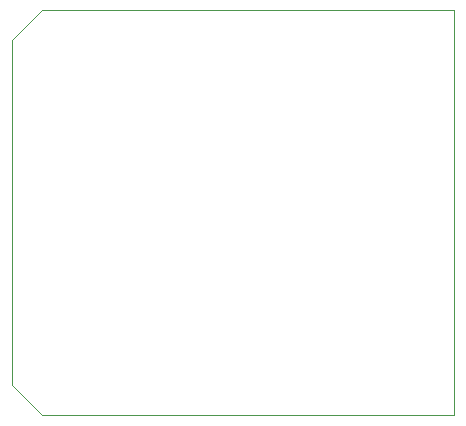
<source format=gm1>
G04 #@! TF.FileFunction,Profile,NP*
%FSLAX46Y46*%
G04 Gerber Fmt 4.6, Leading zero omitted, Abs format (unit mm)*
G04 Created by KiCad (PCBNEW 4.0.7-e2-6376~58~ubuntu17.04.1) date Wed Oct  4 01:23:29 2017*
%MOMM*%
%LPD*%
G01*
G04 APERTURE LIST*
%ADD10C,0.100000*%
G04 APERTURE END LIST*
D10*
X181610000Y-88900000D02*
X181610000Y-123190000D01*
X178435000Y-88900000D02*
X181610000Y-88900000D01*
X146685000Y-88900000D02*
X156845000Y-88900000D01*
X144145000Y-91440000D02*
X146685000Y-88900000D01*
X144145000Y-120650000D02*
X144145000Y-91440000D01*
X146685000Y-123190000D02*
X144145000Y-120650000D01*
X181610000Y-123190000D02*
X146685000Y-123190000D01*
X156845000Y-88900000D02*
X178435000Y-88900000D01*
M02*

</source>
